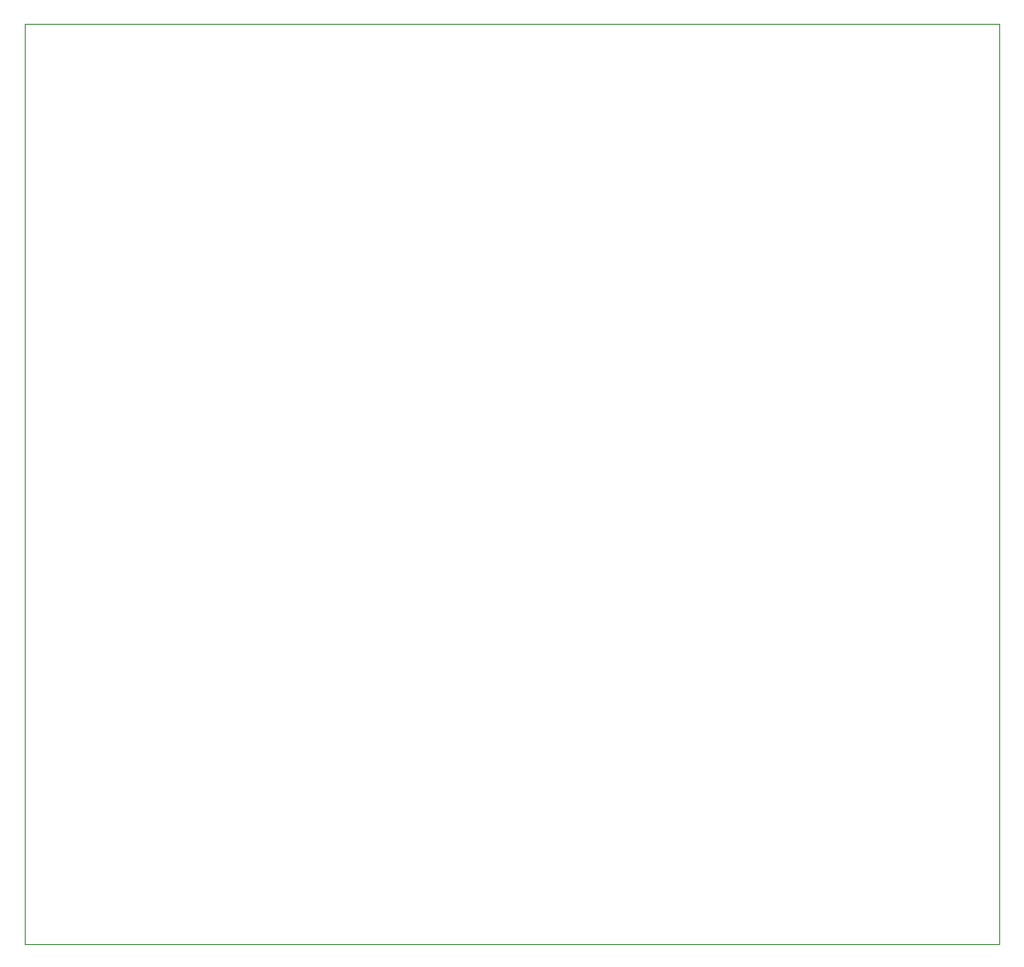
<source format=gbr>
G04 #@! TF.GenerationSoftware,KiCad,Pcbnew,5.1.5-52549c5~86~ubuntu18.04.1*
G04 #@! TF.CreationDate,2020-05-25T12:27:11-05:00*
G04 #@! TF.ProjectId,AICE,41494345-2e6b-4696-9361-645f70636258,rev?*
G04 #@! TF.SameCoordinates,Original*
G04 #@! TF.FileFunction,Profile,NP*
%FSLAX46Y46*%
G04 Gerber Fmt 4.6, Leading zero omitted, Abs format (unit mm)*
G04 Created by KiCad (PCBNEW 5.1.5-52549c5~86~ubuntu18.04.1) date 2020-05-25 12:27:11*
%MOMM*%
%LPD*%
G04 APERTURE LIST*
%ADD10C,0.050000*%
G04 APERTURE END LIST*
D10*
X123000000Y-148998000D02*
X33006000Y-148998000D01*
X123000000Y-143000000D02*
X123000000Y-149000000D01*
X123000000Y-63998000D02*
X123000000Y-143000000D01*
X33006000Y-63998000D02*
X123000000Y-63998000D01*
X33006000Y-148998000D02*
X33006000Y-63998000D01*
M02*

</source>
